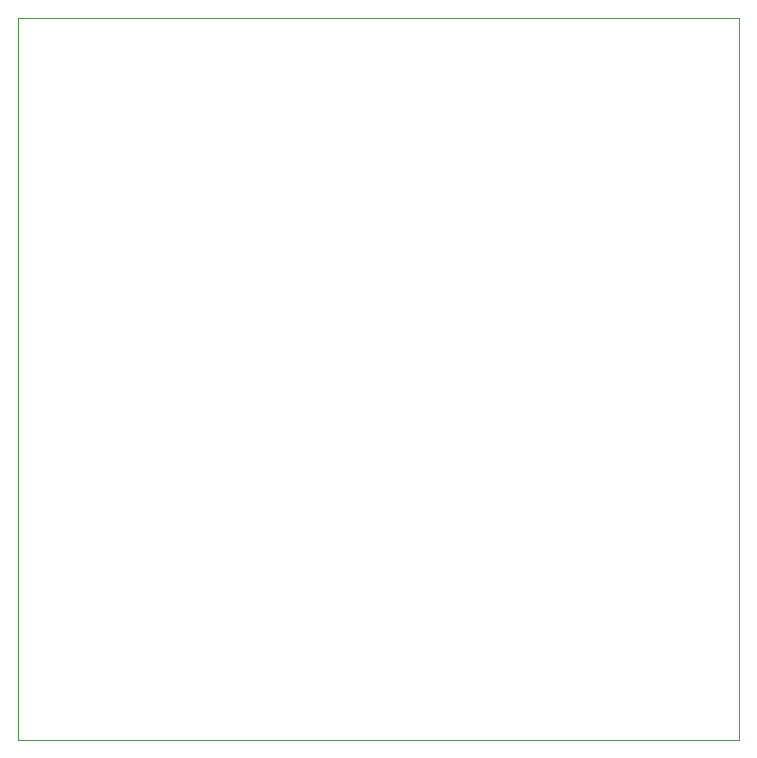
<source format=gbr>
%TF.GenerationSoftware,KiCad,Pcbnew,8.0.0*%
%TF.CreationDate,2024-10-07T21:47:18+03:00*%
%TF.ProjectId,laser_com_v1,6c617365-725f-4636-9f6d-5f76312e6b69,rev?*%
%TF.SameCoordinates,Original*%
%TF.FileFunction,Profile,NP*%
%FSLAX46Y46*%
G04 Gerber Fmt 4.6, Leading zero omitted, Abs format (unit mm)*
G04 Created by KiCad (PCBNEW 8.0.0) date 2024-10-07 21:47:18*
%MOMM*%
%LPD*%
G01*
G04 APERTURE LIST*
%TA.AperFunction,Profile*%
%ADD10C,0.050000*%
%TD*%
G04 APERTURE END LIST*
D10*
X64700000Y-67800000D02*
X125700000Y-67800000D01*
X125700000Y-128900000D01*
X64700000Y-128900000D01*
X64700000Y-67800000D01*
M02*

</source>
